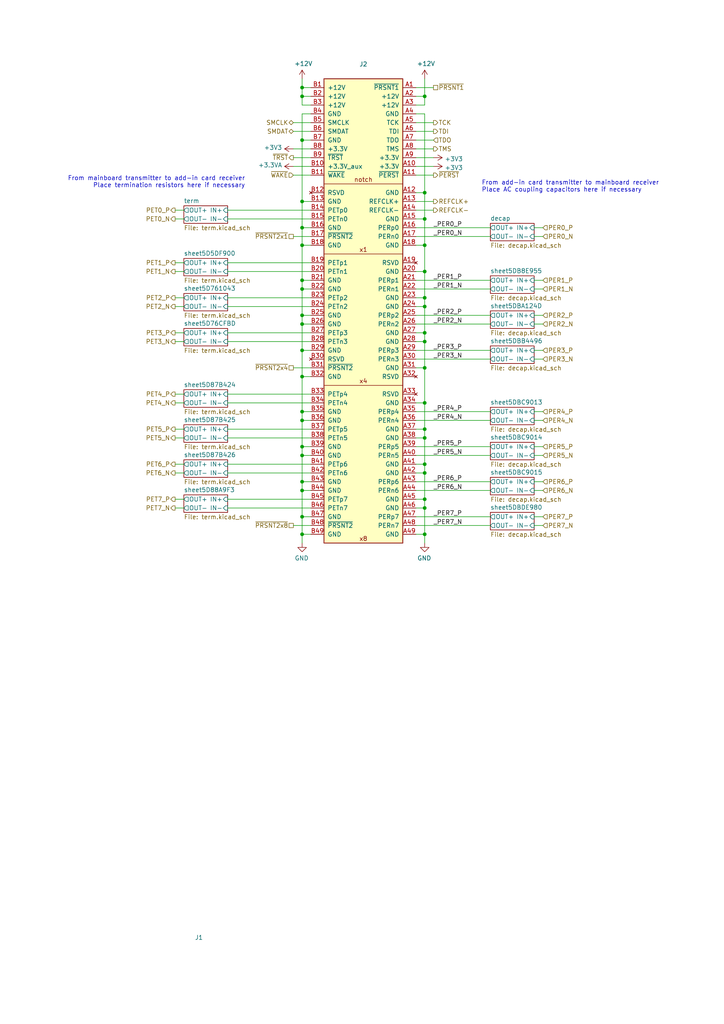
<source format=kicad_sch>
(kicad_sch (version 20211123) (generator eeschema)
  (paper "A4" portrait)
  (title_block (title "PCIexpress_x8_low") (company "Author: Luca Anastasio"))
  (lib_symbols
    (symbol "PCIexpress:PCIexpress_bracket" (pin_names (offset 1.016))
      (property "Reference" "J" (at 0 0 0))
      (property "Value" "PCIexpress_bracket" (at 0 0 0))
    )
    (symbol "PCIexpress:PCIexpress_x8" (pin_names (offset 1.016))
      (property "Reference" "J" (at 0 3.81 0))
      (property "Value" "PCIexpress_x8" (at 0 1.27 0))
      (symbol "PCIexpress_x8_0_0"
        (polyline (pts (xy 11.43 -88.9) (xy -11.43 -88.9)))
        (text "x4" (at 0 -87.63 0) (effects (font (size 1.27 1.27))))
        (text "x8" (at 0 -133.35 0) (effects (font (size 1.27 1.27))))
      )
      (symbol "PCIexpress_x8_1_1"
        (polyline (pts (xy 11.43 -50.8) (xy -11.43 -50.8)))
        (polyline (pts (xy 11.43 -30.48) (xy -11.43 -30.48)))
        (rectangle (start 11.43 0) (end -11.43 -134.62) (stroke (width 0.254)) (fill (type background)))
        (text "notch" (at 0 -29.21 0) (effects (font (size 1.27 1.27))))
        (text "x1" (at 0 -49.53 0) (effects (font (size 1.27 1.27))))
        (pin passive line (at 15.24 -2.54 180) (length 3.81) (name "~{PRSNT1}") (number "A1"))
        (pin power_out line (at 15.24 -25.4 180) (length 3.81) (name "+3.3V") (number "A10"))
        (pin output line (at 15.24 -27.94 180) (length 3.81) (name "~{PERST}") (number "A11"))
        (pin power_out line (at 15.24 -33.02 180) (length 3.81) (name "GND") (number "A12"))
        (pin output line (at 15.24 -35.56 180) (length 3.81) (name "REFCLK+") (number "A13"))
        (pin output line (at 15.24 -38.1 180) (length 3.81) (name "REFCLK-") (number "A14"))
        (pin power_out line (at 15.24 -40.64 180) (length 3.81) (name "GND") (number "A15"))
        (pin input line (at 15.24 -43.18 180) (length 3.81) (name "PERp0") (number "A16"))
        (pin input line (at 15.24 -45.72 180) (length 3.81) (name "PERn0") (number "A17"))
        (pin power_out line (at 15.24 -48.26 180) (length 3.81) (name "GND") (number "A18"))
        (pin no_connect line (at 15.24 -53.34 180) (length 3.81) (name "RSVD") (number "A19"))
        (pin power_out line (at 15.24 -5.08 180) (length 3.81) (name "+12V") (number "A2"))
        (pin power_out line (at 15.24 -55.88 180) (length 3.81) (name "GND") (number "A20"))
        (pin input line (at 15.24 -58.42 180) (length 3.81) (name "PERp1") (number "A21"))
        (pin input line (at 15.24 -60.96 180) (length 3.81) (name "PERn1") (number "A22"))
        (pin power_out line (at 15.24 -63.5 180) (length 3.81) (name "GND") (number "A23"))
        (pin power_out line (at 15.24 -66.04 180) (length 3.81) (name "GND") (number "A24"))
        (pin input line (at 15.24 -68.58 180) (length 3.81) (name "PERp2") (number "A25"))
        (pin input line (at 15.24 -71.12 180) (length 3.81) (name "PERn2") (number "A26"))
        (pin power_out line (at 15.24 -73.66 180) (length 3.81) (name "GND") (number "A27"))
        (pin power_out line (at 15.24 -76.2 180) (length 3.81) (name "GND") (number "A28"))
        (pin input line (at 15.24 -78.74 180) (length 3.81) (name "PERp3") (number "A29"))
        (pin power_out line (at 15.24 -7.62 180) (length 3.81) (name "+12V") (number "A3"))
        (pin input line (at 15.24 -81.28 180) (length 3.81) (name "PERn3") (number "A30"))
        (pin power_out line (at 15.24 -83.82 180) (length 3.81) (name "GND") (number "A31"))
        (pin no_connect line (at 15.24 -86.36 180) (length 3.81) (name "RSVD") (number "A32"))
        (pin no_connect line (at 15.24 -91.44 180) (length 3.81) (name "RSVD") (number "A33"))
        (pin power_out line (at 15.24 -93.98 180) (length 3.81) (name "GND") (number "A34"))
        (pin input line (at 15.24 -96.52 180) (length 3.81) (name "PERp4") (number "A35"))
        (pin input line (at 15.24 -99.06 180) (length 3.81) (name "PERn4") (number "A36"))
        (pin power_out line (at 15.24 -101.6 180) (length 3.81) (name "GND") (number "A37"))
        (pin power_out line (at 15.24 -104.14 180) (length 3.81) (name "GND") (number "A38"))
        (pin input line (at 15.24 -106.68 180) (length 3.81) (name "PERp5") (number "A39"))
        (pin power_out line (at 15.24 -10.16 180) (length 3.81) (name "GND") (number "A4"))
        (pin input line (at 15.24 -109.22 180) (length 3.81) (name "PERn5") (number "A40"))
        (pin power_out line (at 15.24 -111.76 180) (length 3.81) (name "GND") (number "A41"))
        (pin power_out line (at 15.24 -114.3 180) (length 3.81) (name "GND") (number "A42"))
        (pin input line (at 15.24 -116.84 180) (length 3.81) (name "PERp6") (number "A43"))
        (pin input line (at 15.24 -119.38 180) (length 3.81) (name "PERn6") (number "A44"))
        (pin power_out line (at 15.24 -121.92 180) (length 3.81) (name "GND") (number "A45"))
        (pin power_out line (at 15.24 -124.46 180) (length 3.81) (name "GND") (number "A46"))
        (pin input line (at 15.24 -127 180) (length 3.81) (name "PERp7") (number "A47"))
        (pin input line (at 15.24 -129.54 180) (length 3.81) (name "PERn7") (number "A48"))
        (pin power_out line (at 15.24 -132.08 180) (length 3.81) (name "GND") (number "A49"))
        (pin output line (at 15.24 -12.7 180) (length 3.81) (name "TCK") (number "A5"))
        (pin output line (at 15.24 -15.24 180) (length 3.81) (name "TDI") (number "A6"))
        (pin input line (at 15.24 -17.78 180) (length 3.81) (name "TDO") (number "A7"))
        (pin output line (at 15.24 -20.32 180) (length 3.81) (name "TMS") (number "A8"))
        (pin power_out line (at 15.24 -22.86 180) (length 3.81) (name "+3.3V") (number "A9"))
        (pin power_out line (at -15.24 -2.54 0) (length 3.81) (name "+12V") (number "B1"))
        (pin power_out line (at -15.24 -25.4 0) (length 3.81) (name "+3.3V_aux") (number "B10"))
        (pin open_collector line (at -15.24 -27.94 0) (length 3.81) (name "~{WAKE}") (number "B11"))
        (pin no_connect line (at -15.24 -33.02 0) (length 3.81) (name "RSVD") (number "B12"))
        (pin power_out line (at -15.24 -35.56 0) (length 3.81) (name "GND") (number "B13"))
        (pin output line (at -15.24 -38.1 0) (length 3.81) (name "PETp0") (number "B14"))
        (pin output line (at -15.24 -40.64 0) (length 3.81) (name "PETn0") (number "B15"))
        (pin power_out line (at -15.24 -43.18 0) (length 3.81) (name "GND") (number "B16"))
        (pin passive line (at -15.24 -45.72 0) (length 3.81) (name "~{PRSNT2}") (number "B17"))
        (pin power_out line (at -15.24 -48.26 0) (length 3.81) (name "GND") (number "B18"))
        (pin output line (at -15.24 -53.34 0) (length 3.81) (name "PETp1") (number "B19"))
        (pin power_out line (at -15.24 -5.08 0) (length 3.81) (name "+12V") (number "B2"))
        (pin output line (at -15.24 -55.88 0) (length 3.81) (name "PETn1") (number "B20"))
        (pin power_out line (at -15.24 -58.42 0) (length 3.81) (name "GND") (number "B21"))
        (pin power_out line (at -15.24 -60.96 0) (length 3.81) (name "GND") (number "B22"))
        (pin output line (at -15.24 -63.5 0) (length 3.81) (name "PETp2") (number "B23"))
        (pin output line (at -15.24 -66.04 0) (length 3.81) (name "PETn2") (number "B24"))
        (pin power_out line (at -15.24 -68.58 0) (length 3.81) (name "GND") (number "B25"))
        (pin power_out line (at -15.24 -71.12 0) (length 3.81) (name "GND") (number "B26"))
        (pin output line (at -15.24 -73.66 0) (length 3.81) (name "PETp3") (number "B27"))
        (pin output line (at -15.24 -76.2 0) (length 3.81) (name "PETn3") (number "B28"))
        (pin power_out line (at -15.24 -78.74 0) (length 3.81) (name "GND") (number "B29"))
        (pin power_out line (at -15.24 -7.62 0) (length 3.81) (name "+12V") (number "B3"))
        (pin no_connect line (at -15.24 -81.28 0) (length 3.81) (name "RSVD") (number "B30"))
        (pin passive line (at -15.24 -83.82 0) (length 3.81) (name "~{PRSNT2}") (number "B31"))
        (pin power_out line (at -15.24 -86.36 0) (length 3.81) (name "GND") (number "B32"))
        (pin output line (at -15.24 -91.44 0) (length 3.81) (name "PETp4") (number "B33"))
        (pin output line (at -15.24 -93.98 0) (length 3.81) (name "PETn4") (number "B34"))
        (pin power_out line (at -15.24 -96.52 0) (length 3.81) (name "GND") (number "B35"))
        (pin power_out line (at -15.24 -99.06 0) (length 3.81) (name "GND") (number "B36"))
        (pin output line (at -15.24 -101.6 0) (length 3.81) (name "PETp5") (number "B37"))
        (pin output line (at -15.24 -104.14 0) (length 3.81) (name "PETn5") (number "B38"))
        (pin power_out line (at -15.24 -106.68 0) (length 3.81) (name "GND") (number "B39"))
        (pin power_out line (at -15.24 -10.16 0) (length 3.81) (name "GND") (number "B4"))
        (pin power_out line (at -15.24 -109.22 0) (length 3.81) (name "GND") (number "B40"))
        (pin output line (at -15.24 -111.76 0) (length 3.81) (name "PETp6") (number "B41"))
        (pin output line (at -15.24 -114.3 0) (length 3.81) (name "PETn6") (number "B42"))
        (pin power_out line (at -15.24 -116.84 0) (length 3.81) (name "GND") (number "B43"))
        (pin power_out line (at -15.24 -119.38 0) (length 3.81) (name "GND") (number "B44"))
        (pin output line (at -15.24 -121.92 0) (length 3.81) (name "PETp7") (number "B45"))
        (pin output line (at -15.24 -124.46 0) (length 3.81) (name "PETn7") (number "B46"))
        (pin power_out line (at -15.24 -127 0) (length 3.81) (name "GND") (number "B47"))
        (pin passive line (at -15.24 -129.54 0) (length 3.81) (name "~{PRSNT2}") (number "B48"))
        (pin power_out line (at -15.24 -132.08 0) (length 3.81) (name "GND") (number "B49"))
        (pin open_collector line (at -15.24 -12.7 0) (length 3.81) (name "SMCLK") (number "B5"))
        (pin open_collector line (at -15.24 -15.24 0) (length 3.81) (name "SMDAT") (number "B6"))
        (pin power_out line (at -15.24 -17.78 0) (length 3.81) (name "GND") (number "B7"))
        (pin power_out line (at -15.24 -20.32 0) (length 3.81) (name "+3.3V") (number "B8"))
        (pin output line (at -15.24 -22.86 0) (length 3.81) (name "~{TRST}") (number "B9"))
      )
    )
    (symbol "PCIexpress_x8_low-rescue:+3.3V-power" (power) (pin_names (offset 0))
      (property "Value" "+3.3V-power" (at 0 3.556 0))
      (symbol "+3.3V-power_0_1"
        (polyline (pts (xy -0.762 1.27) (xy 0 2.54)))
        (polyline (pts (xy 0 0) (xy 0 2.54)))
        (polyline (pts (xy 0 2.54) (xy 0.762 1.27)))
      )
      (symbol "+3.3V-power_1_1"
        (pin power_in line (at 0 0 90) (length 0) hide (name "+3V3") (number "1"))
      )
    )
    (symbol "power:+12V" (power) (pin_names (offset 0))
      (property "Value" "+12V" (at 0 3.556 0))
      (symbol "+12V_0_1"
        (polyline (pts (xy -0.762 1.27) (xy 0 2.54)))
        (polyline (pts (xy 0 0) (xy 0 2.54)))
        (polyline (pts (xy 0 2.54) (xy 0.762 1.27)))
      )
      (symbol "+12V_1_1"
        (pin power_in line (at 0 0 90) (length 0) hide (name "+12V") (number "1"))
      )
    )
    (symbol "power:+3.3VA" (power) (pin_names (offset 0))
      (property "Value" "+3.3VA" (at 0 3.556 0))
      (symbol "+3.3VA_0_1"
        (polyline (pts (xy -0.762 1.27) (xy 0 2.54)))
        (polyline (pts (xy 0 0) (xy 0 2.54)))
        (polyline (pts (xy 0 2.54) (xy 0.762 1.27)))
      )
      (symbol "+3.3VA_1_1"
        (pin power_in line (at 0 0 90) (length 0) hide (name "+3.3VA") (number "1"))
      )
    )
    (symbol "power:GND" (power) (pin_names (offset 0))
      (property "Value" "GND" (at 0 -3.81 0))
      (symbol "GND_0_1"
        (polyline (pts (xy 0 0) (xy 0 -1.27) (xy 1.27 -1.27) (xy 0 -2.54) (xy -1.27 -1.27) (xy 0 -1.27)))
      )
      (symbol "GND_1_1"
        (pin power_in line (at 0 0 270) (length 0) hide (name "GND") (number "1"))
      )
    )
  )
  (junction (at 123.19 154.94))
  (junction (at 87.63 149.86))
  (junction (at 87.63 91.44))
  (junction (at 123.19 124.46))
  (junction (at 123.19 55.88))
  (junction (at 87.63 27.94))
  (junction (at 87.63 154.94))
  (junction (at 123.19 88.9))
  (junction (at 123.19 71.12))
  (junction (at 87.63 93.98))
  (junction (at 123.19 78.74))
  (junction (at 87.63 83.82))
  (junction (at 87.63 40.64))
  (junction (at 123.19 127))
  (junction (at 87.63 121.92))
  (junction (at 87.63 58.42))
  (junction (at 123.19 63.5))
  (junction (at 87.63 71.12))
  (junction (at 123.19 86.36))
  (junction (at 87.63 109.22))
  (junction (at 87.63 101.6))
  (junction (at 87.63 66.04))
  (junction (at 123.19 96.52))
  (junction (at 87.63 25.4))
  (junction (at 87.63 119.38))
  (junction (at 123.19 147.32))
  (junction (at 123.19 134.62))
  (junction (at 123.19 144.78))
  (junction (at 123.19 137.16))
  (junction (at 123.19 106.68))
  (junction (at 87.63 139.7))
  (junction (at 87.63 132.08))
  (junction (at 123.19 116.84))
  (junction (at 123.19 27.94))
  (junction (at 87.63 142.24))
  (junction (at 87.63 129.54))
  (junction (at 87.63 81.28))
  (junction (at 123.19 99.06))
  (wire (pts (xy 120.65 116.84) (xy 123.19 116.84)))
  (wire (pts (xy 123.19 33.02) (xy 123.19 55.88)))
  (wire (pts (xy 50.8 137.16) (xy 53.34 137.16)))
  (wire (pts (xy 85.09 48.26) (xy 90.17 48.26)))
  (wire (pts (xy 90.17 25.4) (xy 87.63 25.4)))
  (wire (pts (xy 123.19 22.86) (xy 123.19 27.94)))
  (wire (pts (xy 90.17 101.6) (xy 87.63 101.6)))
  (wire (pts (xy 123.19 134.62) (xy 123.19 137.16)))
  (wire (pts (xy 123.19 30.48) (xy 123.19 27.94)))
  (wire (pts (xy 87.63 27.94) (xy 90.17 27.94)))
  (wire (pts (xy 85.09 50.8) (xy 90.17 50.8)))
  (wire (pts (xy 123.19 106.68) (xy 123.19 116.84)))
  (wire (pts (xy 120.65 45.72) (xy 125.73 45.72)))
  (wire (pts (xy 90.17 58.42) (xy 87.63 58.42)))
  (wire (pts (xy 120.65 149.86) (xy 142.24 149.86)))
  (wire (pts (xy 66.04 88.9) (xy 90.17 88.9)))
  (wire (pts (xy 87.63 83.82) (xy 87.63 81.28)))
  (wire (pts (xy 87.63 93.98) (xy 87.63 91.44)))
  (wire (pts (xy 154.94 149.86) (xy 157.48 149.86)))
  (wire (pts (xy 120.65 86.36) (xy 123.19 86.36)))
  (wire (pts (xy 50.8 144.78) (xy 53.34 144.78)))
  (wire (pts (xy 120.65 58.42) (xy 125.73 58.42)))
  (wire (pts (xy 123.19 127) (xy 123.19 134.62)))
  (wire (pts (xy 120.65 71.12) (xy 123.19 71.12)))
  (wire (pts (xy 90.17 149.86) (xy 87.63 149.86)))
  (wire (pts (xy 120.65 119.38) (xy 142.24 119.38)))
  (wire (pts (xy 90.17 71.12) (xy 87.63 71.12)))
  (wire (pts (xy 87.63 58.42) (xy 87.63 40.64)))
  (wire (pts (xy 87.63 109.22) (xy 87.63 101.6)))
  (wire (pts (xy 87.63 121.92) (xy 87.63 119.38)))
  (wire (pts (xy 90.17 154.94) (xy 87.63 154.94)))
  (wire (pts (xy 87.63 91.44) (xy 87.63 83.82)))
  (wire (pts (xy 120.65 142.24) (xy 142.24 142.24)))
  (wire (pts (xy 120.65 154.94) (xy 123.19 154.94)))
  (wire (pts (xy 66.04 96.52) (xy 90.17 96.52)))
  (wire (pts (xy 87.63 157.48) (xy 87.63 154.94)))
  (wire (pts (xy 120.65 83.82) (xy 142.24 83.82)))
  (wire (pts (xy 123.19 137.16) (xy 123.19 144.78)))
  (wire (pts (xy 154.94 66.04) (xy 157.48 66.04)))
  (wire (pts (xy 154.94 68.58) (xy 157.48 68.58)))
  (wire (pts (xy 66.04 137.16) (xy 90.17 137.16)))
  (wire (pts (xy 120.65 88.9) (xy 123.19 88.9)))
  (wire (pts (xy 87.63 27.94) (xy 87.63 25.4)))
  (wire (pts (xy 85.09 35.56) (xy 90.17 35.56)))
  (wire (pts (xy 123.19 124.46) (xy 123.19 127)))
  (wire (pts (xy 123.19 88.9) (xy 123.19 96.52)))
  (wire (pts (xy 120.65 30.48) (xy 123.19 30.48)))
  (wire (pts (xy 90.17 81.28) (xy 87.63 81.28)))
  (wire (pts (xy 120.65 35.56) (xy 125.73 35.56)))
  (wire (pts (xy 50.8 96.52) (xy 53.34 96.52)))
  (wire (pts (xy 154.94 91.44) (xy 157.48 91.44)))
  (wire (pts (xy 120.65 129.54) (xy 142.24 129.54)))
  (wire (pts (xy 120.65 101.6) (xy 142.24 101.6)))
  (wire (pts (xy 123.19 96.52) (xy 123.19 99.06)))
  (wire (pts (xy 123.19 147.32) (xy 123.19 154.94)))
  (wire (pts (xy 90.17 142.24) (xy 87.63 142.24)))
  (wire (pts (xy 50.8 124.46) (xy 53.34 124.46)))
  (wire (pts (xy 50.8 116.84) (xy 53.34 116.84)))
  (wire (pts (xy 120.65 137.16) (xy 123.19 137.16)))
  (wire (pts (xy 85.09 45.72) (xy 90.17 45.72)))
  (wire (pts (xy 87.63 25.4) (xy 87.63 22.86)))
  (wire (pts (xy 66.04 127) (xy 90.17 127)))
  (wire (pts (xy 87.63 119.38) (xy 87.63 109.22)))
  (wire (pts (xy 50.8 63.5) (xy 53.34 63.5)))
  (wire (pts (xy 66.04 60.96) (xy 90.17 60.96)))
  (wire (pts (xy 50.8 88.9) (xy 53.34 88.9)))
  (wire (pts (xy 120.65 124.46) (xy 123.19 124.46)))
  (wire (pts (xy 120.65 144.78) (xy 123.19 144.78)))
  (wire (pts (xy 120.65 48.26) (xy 125.73 48.26)))
  (wire (pts (xy 120.65 63.5) (xy 123.19 63.5)))
  (wire (pts (xy 90.17 119.38) (xy 87.63 119.38)))
  (wire (pts (xy 50.8 147.32) (xy 53.34 147.32)))
  (wire (pts (xy 120.65 66.04) (xy 142.24 66.04)))
  (wire (pts (xy 123.19 55.88) (xy 123.19 63.5)))
  (wire (pts (xy 123.19 157.48) (xy 123.19 154.94)))
  (wire (pts (xy 120.65 96.52) (xy 123.19 96.52)))
  (wire (pts (xy 120.65 43.18) (xy 125.73 43.18)))
  (wire (pts (xy 85.09 43.18) (xy 90.17 43.18)))
  (wire (pts (xy 66.04 147.32) (xy 90.17 147.32)))
  (wire (pts (xy 123.19 144.78) (xy 123.19 147.32)))
  (wire (pts (xy 123.19 63.5) (xy 123.19 71.12)))
  (wire (pts (xy 90.17 93.98) (xy 87.63 93.98)))
  (wire (pts (xy 87.63 129.54) (xy 87.63 121.92)))
  (wire (pts (xy 66.04 63.5) (xy 90.17 63.5)))
  (wire (pts (xy 66.04 144.78) (xy 90.17 144.78)))
  (wire (pts (xy 87.63 154.94) (xy 87.63 149.86)))
  (wire (pts (xy 50.8 86.36) (xy 53.34 86.36)))
  (wire (pts (xy 50.8 76.2) (xy 53.34 76.2)))
  (wire (pts (xy 87.63 66.04) (xy 87.63 58.42)))
  (wire (pts (xy 123.19 33.02) (xy 120.65 33.02)))
  (wire (pts (xy 87.63 30.48) (xy 87.63 27.94)))
  (wire (pts (xy 90.17 139.7) (xy 87.63 139.7)))
  (wire (pts (xy 120.65 127) (xy 123.19 127)))
  (wire (pts (xy 50.8 134.62) (xy 53.34 134.62)))
  (wire (pts (xy 154.94 132.08) (xy 157.48 132.08)))
  (wire (pts (xy 120.65 139.7) (xy 142.24 139.7)))
  (wire (pts (xy 85.09 106.68) (xy 90.17 106.68)))
  (wire (pts (xy 120.65 93.98) (xy 142.24 93.98)))
  (wire (pts (xy 87.63 132.08) (xy 87.63 129.54)))
  (wire (pts (xy 90.17 129.54) (xy 87.63 129.54)))
  (wire (pts (xy 154.94 139.7) (xy 157.48 139.7)))
  (wire (pts (xy 123.19 27.94) (xy 120.65 27.94)))
  (wire (pts (xy 120.65 38.1) (xy 125.73 38.1)))
  (wire (pts (xy 123.19 86.36) (xy 123.19 88.9)))
  (wire (pts (xy 87.63 71.12) (xy 87.63 66.04)))
  (wire (pts (xy 120.65 121.92) (xy 142.24 121.92)))
  (wire (pts (xy 120.65 55.88) (xy 123.19 55.88)))
  (wire (pts (xy 120.65 91.44) (xy 142.24 91.44)))
  (wire (pts (xy 120.65 40.64) (xy 125.73 40.64)))
  (wire (pts (xy 85.09 38.1) (xy 90.17 38.1)))
  (wire (pts (xy 154.94 81.28) (xy 157.48 81.28)))
  (wire (pts (xy 66.04 76.2) (xy 90.17 76.2)))
  (wire (pts (xy 87.63 139.7) (xy 87.63 132.08)))
  (wire (pts (xy 123.19 71.12) (xy 123.19 78.74)))
  (wire (pts (xy 120.65 68.58) (xy 142.24 68.58)))
  (wire (pts (xy 87.63 149.86) (xy 87.63 142.24)))
  (wire (pts (xy 90.17 83.82) (xy 87.63 83.82)))
  (wire (pts (xy 85.09 152.4) (xy 90.17 152.4)))
  (wire (pts (xy 120.65 134.62) (xy 123.19 134.62)))
  (wire (pts (xy 154.94 101.6) (xy 157.48 101.6)))
  (wire (pts (xy 154.94 129.54) (xy 157.48 129.54)))
  (wire (pts (xy 66.04 99.06) (xy 90.17 99.06)))
  (wire (pts (xy 90.17 132.08) (xy 87.63 132.08)))
  (wire (pts (xy 154.94 152.4) (xy 157.48 152.4)))
  (wire (pts (xy 90.17 66.04) (xy 87.63 66.04)))
  (wire (pts (xy 87.63 33.02) (xy 90.17 33.02)))
  (wire (pts (xy 123.19 99.06) (xy 123.19 106.68)))
  (wire (pts (xy 66.04 86.36) (xy 90.17 86.36)))
  (wire (pts (xy 154.94 121.92) (xy 157.48 121.92)))
  (wire (pts (xy 120.65 60.96) (xy 125.73 60.96)))
  (wire (pts (xy 120.65 152.4) (xy 142.24 152.4)))
  (wire (pts (xy 154.94 119.38) (xy 157.48 119.38)))
  (wire (pts (xy 90.17 40.64) (xy 87.63 40.64)))
  (wire (pts (xy 90.17 109.22) (xy 87.63 109.22)))
  (wire (pts (xy 50.8 78.74) (xy 53.34 78.74)))
  (wire (pts (xy 154.94 142.24) (xy 157.48 142.24)))
  (wire (pts (xy 120.65 25.4) (xy 125.73 25.4)))
  (wire (pts (xy 50.8 127) (xy 53.34 127)))
  (wire (pts (xy 90.17 68.58) (xy 85.09 68.58)))
  (wire (pts (xy 123.19 78.74) (xy 123.19 86.36)))
  (wire (pts (xy 120.65 99.06) (xy 123.19 99.06)))
  (wire (pts (xy 120.65 132.08) (xy 142.24 132.08)))
  (wire (pts (xy 66.04 78.74) (xy 90.17 78.74)))
  (wire (pts (xy 90.17 91.44) (xy 87.63 91.44)))
  (wire (pts (xy 87.63 142.24) (xy 87.63 139.7)))
  (wire (pts (xy 87.63 81.28) (xy 87.63 71.12)))
  (wire (pts (xy 87.63 101.6) (xy 87.63 93.98)))
  (wire (pts (xy 154.94 93.98) (xy 157.48 93.98)))
  (wire (pts (xy 66.04 124.46) (xy 90.17 124.46)))
  (wire (pts (xy 123.19 116.84) (xy 123.19 124.46)))
  (wire (pts (xy 120.65 104.14) (xy 142.24 104.14)))
  (wire (pts (xy 90.17 30.48) (xy 87.63 30.48)))
  (wire (pts (xy 120.65 147.32) (xy 123.19 147.32)))
  (wire (pts (xy 120.65 78.74) (xy 123.19 78.74)))
  (wire (pts (xy 154.94 104.14) (xy 157.48 104.14)))
  (wire (pts (xy 120.65 106.68) (xy 123.19 106.68)))
  (wire (pts (xy 66.04 114.3) (xy 90.17 114.3)))
  (wire (pts (xy 90.17 121.92) (xy 87.63 121.92)))
  (wire (pts (xy 66.04 116.84) (xy 90.17 116.84)))
  (wire (pts (xy 87.63 40.64) (xy 87.63 33.02)))
  (wire (pts (xy 120.65 81.28) (xy 142.24 81.28)))
  (wire (pts (xy 154.94 83.82) (xy 157.48 83.82)))
  (wire (pts (xy 50.8 114.3) (xy 53.34 114.3)))
  (wire (pts (xy 50.8 99.06) (xy 53.34 99.06)))
  (wire (pts (xy 50.8 60.96) (xy 53.34 60.96)))
  (wire (pts (xy 66.04 134.62) (xy 90.17 134.62)))
  (wire (pts (xy 120.65 50.8) (xy 125.73 50.8)))
  (text "From mainboard transmitter to add-in card receiver\nPlace termination resistors here if necessary" (at 71.12 54.61 0) (effects (font (size 1.27 1.27)) (justify right bottom)))
  (text "From add-in card transmitter to mainboard receiver\nPlace AC coupling capacitors here if necessary" (at 139.7 55.88 0) (effects (font (size 1.27 1.27)) (justify left bottom)))
  (label "_PER6_N" (at 125.73 142.24 0))
  (label "_PER3_N" (at 125.73 104.14 0))
  (label "_PER5_N" (at 125.73 132.08 0))
  (label "_PER5_P" (at 125.73 129.54 0))
  (label "_PER2_N" (at 125.73 93.98 0))
  (label "_PER6_P" (at 125.73 139.7 0))
  (label "_PER7_N" (at 125.73 152.4 0))
  (label "_PER1_P" (at 125.73 81.28 0))
  (label "_PER4_N" (at 125.73 121.92 0))
  (label "_PER1_N" (at 125.73 83.82 0))
  (label "_PER7_P" (at 125.73 149.86 0))
  (label "_PER2_P" (at 125.73 91.44 0))
  (label "_PER4_P" (at 125.73 119.38 0))
  (label "_PER3_P" (at 125.73 101.6 0))
  (label "_PER0_P" (at 125.73 66.04 0))
  (label "_PER0_N" (at 125.73 68.58 0))
  (hierarchical_label "PER0_N" (shape input) (at 157.48 68.58 0))
  (hierarchical_label "PER3_P" (shape input) (at 157.48 101.6 0))
  (hierarchical_label "PET1_N" (shape output) (at 50.8 78.74 180))
  (hierarchical_label "TDI" (shape output) (at 125.73 38.1 0))
  (hierarchical_label "PET6_P" (shape output) (at 50.8 134.62 180))
  (hierarchical_label "PET0_N" (shape output) (at 50.8 63.5 180))
  (hierarchical_label "PET0_P" (shape output) (at 50.8 60.96 180))
  (hierarchical_label "PET4_P" (shape output) (at 50.8 114.3 180))
  (hierarchical_label "PET3_P" (shape output) (at 50.8 96.52 180))
  (hierarchical_label "~{PERST}" (shape output) (at 125.73 50.8 0))
  (hierarchical_label "PER1_N" (shape input) (at 157.48 83.82 0))
  (hierarchical_label "PET5_P" (shape output) (at 50.8 124.46 180))
  (hierarchical_label "~{PRSNT2x8}" (shape passive) (at 85.09 152.4 180))
  (hierarchical_label "~{PRSNT2x4}" (shape passive) (at 85.09 106.68 180))
  (hierarchical_label "PER4_N" (shape input) (at 157.48 121.92 0))
  (hierarchical_label "PET2_P" (shape output) (at 50.8 86.36 180))
  (hierarchical_label "PER5_N" (shape input) (at 157.48 132.08 0))
  (hierarchical_label "TDO" (shape input) (at 125.73 40.64 0))
  (hierarchical_label "PET7_P" (shape output) (at 50.8 144.78 180))
  (hierarchical_label "PET2_N" (shape output) (at 50.8 88.9 180))
  (hierarchical_label "PER4_P" (shape input) (at 157.48 119.38 0))
  (hierarchical_label "REFCLK-" (shape output) (at 125.73 60.96 0))
  (hierarchical_label "~{TRST}" (shape output) (at 85.09 45.72 180))
  (hierarchical_label "PET4_N" (shape output) (at 50.8 116.84 180))
  (hierarchical_label "PER2_P" (shape input) (at 157.48 91.44 0))
  (hierarchical_label "PER2_N" (shape input) (at 157.48 93.98 0))
  (hierarchical_label "PER5_P" (shape input) (at 157.48 129.54 0))
  (hierarchical_label "PER3_N" (shape input) (at 157.48 104.14 0))
  (hierarchical_label "PET7_N" (shape output) (at 50.8 147.32 180))
  (hierarchical_label "PET3_N" (shape output) (at 50.8 99.06 180))
  (hierarchical_label "~{PRSNT1}" (shape passive) (at 125.73 25.4 0))
  (hierarchical_label "PER0_P" (shape input) (at 157.48 66.04 0))
  (hierarchical_label "PER7_P" (shape input) (at 157.48 149.86 0))
  (hierarchical_label "SMDAT" (shape bidirectional) (at 85.09 38.1 180))
  (hierarchical_label "~{PRSNT2x1}" (shape passive) (at 85.09 68.58 180))
  (hierarchical_label "PER6_N" (shape input) (at 157.48 142.24 0))
  (hierarchical_label "~{WAKE}" (shape input) (at 85.09 50.8 180))
  (hierarchical_label "TMS" (shape output) (at 125.73 43.18 0))
  (hierarchical_label "SMCLK" (shape bidirectional) (at 85.09 35.56 180))
  (hierarchical_label "PET5_N" (shape output) (at 50.8 127 180))
  (hierarchical_label "PER7_N" (shape input) (at 157.48 152.4 0))
  (hierarchical_label "PET6_N" (shape output) (at 50.8 137.16 180))
  (hierarchical_label "PET1_P" (shape output) (at 50.8 76.2 180))
  (hierarchical_label "TCK" (shape output) (at 125.73 35.56 0))
  (hierarchical_label "REFCLK+" (shape output) (at 125.73 58.42 0))
  (hierarchical_label "PER1_P" (shape input) (at 157.48 81.28 0))
  (hierarchical_label "PER6_P" (shape input) (at 157.48 139.7 0))
  (symbol (lib_id "PCIexpress:PCIexpress_bracket") (at 55.88 273.05 0) (unit 1)
    (property "Reference" "J1" (at 56.515 271.8816 0) (effects (justify left)))
  )
  (symbol (lib_id "power:GND") (at 87.63 157.48 0) (mirror y) (unit 1)
    (property "Reference" "#PWR0101" (effects hide))
  )
  (symbol (lib_id "power:GND") (at 123.19 157.48 0) (mirror y) (unit 1)
    (property "Reference" "#PWR0102" (effects hide))
  )
  (symbol (lib_id "PCIexpress_x8_low-rescue:+3.3V-power") (at 85.09 43.18 90) (unit 1)
    (property "Reference" "#PWR?" (effects hide))
  )
  (symbol (lib_id "PCIexpress_x8_low-rescue:+3.3V-power") (at 125.73 45.72 270) (unit 1)
    (property "Reference" "#PWR?" (effects hide))
  )
  (symbol (lib_id "PCIexpress_x8_low-rescue:+3.3V-power") (at 125.73 48.26 270) (unit 1)
    (property "Reference" "#PWR?" (effects hide))
  )
  (symbol (lib_id "power:+3.3VA") (at 85.09 48.26 90) (unit 1)
    (property "Reference" "#PWR?" (effects hide))
  )
  (symbol (lib_id "power:+12V") (at 87.63 22.86 0) (unit 1)
    (property "Reference" "#PWR?" (effects hide))
  )
  (symbol (lib_id "power:+12V") (at 123.19 22.86 0) (unit 1)
    (property "Reference" "#PWR?" (effects hide))
  )
  (symbol (lib_id "PCIexpress:PCIexpress_x8") (at 105.41 22.86 0) (unit 1)
    (property "Reference" "J2" (at 105.41 18.6182 0))
  )
  (sheet (at 53.34 59.69) (size 12.7 5.08)
    (property "Sheet name" "term" (at 53.34 58.9784 0) (effects (justify left bottom)))
    (property "Sheet file" "term.kicad_sch" (at 53.34 65.3546 0) (effects (justify left top)))
    (pin "IN+" input (at 66.04 60.96 0))
    (pin "IN-" input (at 66.04 63.5 0))
    (pin "OUT+" output (at 53.34 60.96 180))
    (pin "OUT-" output (at 53.34 63.5 180))
  )
  (sheet (at 53.34 74.93) (size 12.7 5.08)
    (property "Sheet name" "sheet5D5DF900" (at 53.34 74.2184 0) (effects (justify left bottom)))
    (property "Sheet file" "term.kicad_sch" (at 53.34 80.5946 0) (effects (justify left top)))
    (pin "IN+" input (at 66.04 76.2 0))
    (pin "IN-" input (at 66.04 78.74 0))
    (pin "OUT+" output (at 53.34 76.2 180))
    (pin "OUT-" output (at 53.34 78.74 180))
  )
  (sheet (at 53.34 85.09) (size 12.7 5.08)
    (property "Sheet name" "sheet5D761043" (at 53.34 84.3784 0) (effects (justify left bottom)))
    (property "Sheet file" "term.kicad_sch" (at 53.34 90.7546 0) (effects (justify left top)))
    (pin "IN+" input (at 66.04 86.36 0))
    (pin "IN-" input (at 66.04 88.9 0))
    (pin "OUT+" output (at 53.34 86.36 180))
    (pin "OUT-" output (at 53.34 88.9 180))
  )
  (sheet (at 53.34 95.25) (size 12.7 5.08)
    (property "Sheet name" "sheet5D76CFBD" (at 53.34 94.5384 0) (effects (justify left bottom)))
    (property "Sheet file" "term.kicad_sch" (at 53.34 100.9146 0) (effects (justify left top)))
    (pin "IN+" input (at 66.04 96.52 0))
    (pin "IN-" input (at 66.04 99.06 0))
    (pin "OUT+" output (at 53.34 96.52 180))
    (pin "OUT-" output (at 53.34 99.06 180))
  )
  (sheet (at 53.34 113.03) (size 12.7 5.08)
    (property "Sheet name" "sheet5D87B424" (at 53.34 112.3184 0) (effects (justify left bottom)))
    (property "Sheet file" "term.kicad_sch" (at 53.34 118.6946 0) (effects (justify left top)))
    (pin "IN+" input (at 66.04 114.3 0))
    (pin "IN-" input (at 66.04 116.84 0))
    (pin "OUT+" output (at 53.34 114.3 180))
    (pin "OUT-" output (at 53.34 116.84 180))
  )
  (sheet (at 53.34 123.19) (size 12.7 5.08)
    (property "Sheet name" "sheet5D87B425" (at 53.34 122.4784 0) (effects (justify left bottom)))
    (property "Sheet file" "term.kicad_sch" (at 53.34 128.8546 0) (effects (justify left top)))
    (pin "IN+" input (at 66.04 124.46 0))
    (pin "IN-" input (at 66.04 127 0))
    (pin "OUT+" output (at 53.34 124.46 180))
    (pin "OUT-" output (at 53.34 127 180))
  )
  (sheet (at 53.34 133.35) (size 12.7 5.08)
    (property "Sheet name" "sheet5D87B426" (at 53.34 132.6384 0) (effects (justify left bottom)))
    (property "Sheet file" "term.kicad_sch" (at 53.34 139.0146 0) (effects (justify left top)))
    (pin "IN+" input (at 66.04 134.62 0))
    (pin "IN-" input (at 66.04 137.16 0))
    (pin "OUT+" output (at 53.34 134.62 180))
    (pin "OUT-" output (at 53.34 137.16 180))
  )
  (sheet (at 53.34 143.51) (size 12.7 5.08)
    (property "Sheet name" "sheet5D88A9F3" (at 53.34 142.7984 0) (effects (justify left bottom)))
    (property "Sheet file" "term.kicad_sch" (at 53.34 149.1746 0) (effects (justify left top)))
    (pin "IN+" input (at 66.04 144.78 0))
    (pin "IN-" input (at 66.04 147.32 0))
    (pin "OUT+" output (at 53.34 144.78 180))
    (pin "OUT-" output (at 53.34 147.32 180))
  )
  (sheet (at 142.24 64.77) (size 12.7 5.08)
    (property "Sheet name" "decap" (at 142.24 64.0584 0) (effects (justify left bottom)))
    (property "Sheet file" "decap.kicad_sch" (at 142.24 70.4346 0) (effects (justify left top)))
    (pin "IN+" input (at 154.94 66.04 0))
    (pin "OUT+" output (at 142.24 66.04 180))
    (pin "OUT-" output (at 142.24 68.58 180))
    (pin "IN-" input (at 154.94 68.58 0))
  )
  (sheet (at 142.24 80.01) (size 12.7 5.08)
    (property "Sheet name" "sheet5DB8E955" (at 142.24 79.2984 0) (effects (justify left bottom)))
    (property "Sheet file" "decap.kicad_sch" (at 142.24 85.6746 0) (effects (justify left top)))
    (pin "IN+" input (at 154.94 81.28 0))
    (pin "OUT+" output (at 142.24 81.28 180))
    (pin "OUT-" output (at 142.24 83.82 180))
    (pin "IN-" input (at 154.94 83.82 0))
  )
  (sheet (at 142.24 90.17) (size 12.7 5.08)
    (property "Sheet name" "sheet5DBA124D" (at 142.24 89.4584 0) (effects (justify left bottom)))
    (property "Sheet file" "decap.kicad_sch" (at 142.24 95.8346 0) (effects (justify left top)))
    (pin "IN+" input (at 154.94 91.44 0))
    (pin "OUT+" output (at 142.24 91.44 180))
    (pin "OUT-" output (at 142.24 93.98 180))
    (pin "IN-" input (at 154.94 93.98 0))
  )
  (sheet (at 142.24 100.33) (size 12.7 5.08)
    (property "Sheet name" "sheet5DBB4496" (at 142.24 99.6184 0) (effects (justify left bottom)))
    (property "Sheet file" "decap.kicad_sch" (at 142.24 105.9946 0) (effects (justify left top)))
    (pin "IN+" input (at 154.94 101.6 0))
    (pin "OUT+" output (at 142.24 101.6 180))
    (pin "OUT-" output (at 142.24 104.14 180))
    (pin "IN-" input (at 154.94 104.14 0))
  )
  (sheet (at 142.24 118.11) (size 12.7 5.08)
    (property "Sheet name" "sheet5DBC9013" (at 142.24 117.3984 0) (effects (justify left bottom)))
    (property "Sheet file" "decap.kicad_sch" (at 142.24 123.7746 0) (effects (justify left top)))
    (pin "IN+" input (at 154.94 119.38 0))
    (pin "OUT+" output (at 142.24 119.38 180))
    (pin "OUT-" output (at 142.24 121.92 180))
    (pin "IN-" input (at 154.94 121.92 0))
  )
  (sheet (at 142.24 128.27) (size 12.7 5.08)
    (property "Sheet name" "sheet5DBC9014" (at 142.24 127.5584 0) (effects (justify left bottom)))
    (property "Sheet file" "decap.kicad_sch" (at 142.24 133.9346 0) (effects (justify left top)))
    (pin "IN+" input (at 154.94 129.54 0))
    (pin "OUT+" output (at 142.24 129.54 180))
    (pin "OUT-" output (at 142.24 132.08 180))
    (pin "IN-" input (at 154.94 132.08 0))
  )
  (sheet (at 142.24 138.43) (size 12.7 5.08)
    (property "Sheet name" "sheet5DBC9015" (at 142.24 137.7184 0) (effects (justify left bottom)))
    (property "Sheet file" "decap.kicad_sch" (at 142.24 144.0946 0) (effects (justify left top)))
    (pin "IN+" input (at 154.94 139.7 0))
    (pin "OUT+" output (at 142.24 139.7 180))
    (pin "OUT-" output (at 142.24 142.24 180))
    (pin "IN-" input (at 154.94 142.24 0))
  )
  (sheet (at 142.24 148.59) (size 12.7 5.08)
    (property "Sheet name" "sheet5DBDE980" (at 142.24 147.8784 0) (effects (justify left bottom)))
    (property "Sheet file" "decap.kicad_sch" (at 142.24 154.2546 0) (effects (justify left top)))
    (pin "IN+" input (at 154.94 149.86 0))
    (pin "OUT+" output (at 142.24 149.86 180))
    (pin "OUT-" output (at 142.24 152.4 180))
    (pin "IN-" input (at 154.94 152.4 0))
  )
)
</source>
